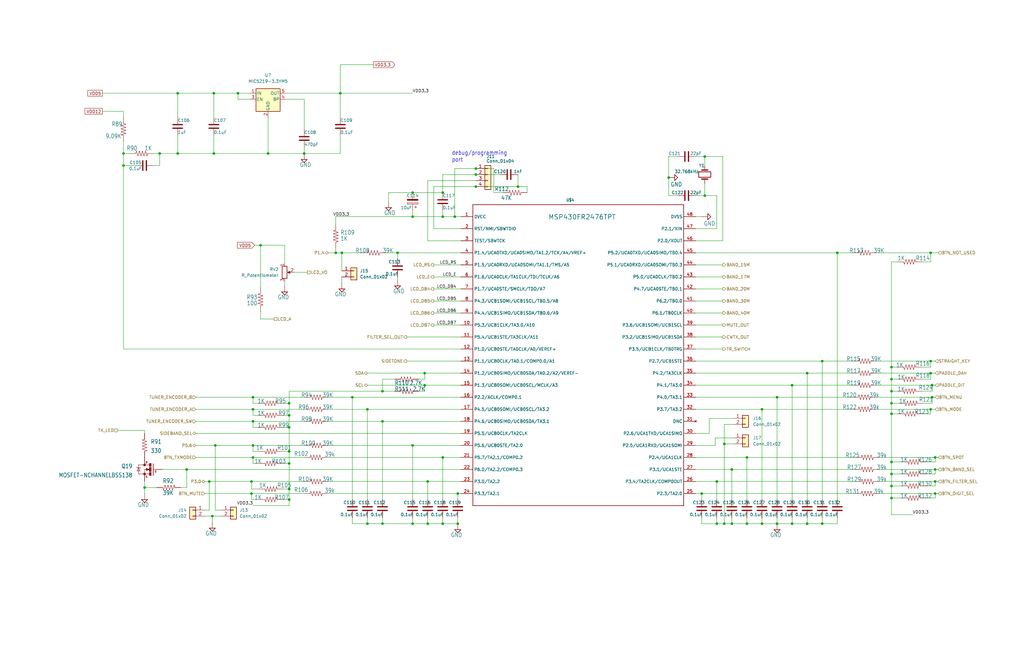
<source format=kicad_sch>
(kicad_sch (version 20230121) (generator eeschema)
  (paper "B")
  (junction (at 161.29 177.8))
  (junction (at 89.535 217.805))
  (junction (at 297.18 82.55))
  (junction (at 375.92 174.625))
  (junction (at 193.04 220.98))
  (junction (at 173.99 187.96))
  (junction (at 74.93 64.77))
  (junction (at 340.36 220.98))
  (junction (at 106.68 167.64))
  (junction (at 173.99 91.44))
  (junction (at 302.26 220.98))
  (junction (at 314.96 220.98))
  (junction (at 106.68 187.96))
  (junction (at 121.92 190.5))
  (junction (at 200.66 73.66))
  (junction (at 394.335 198.12))
  (junction (at 308.61 220.98))
  (junction (at 52.07 69.85))
  (junction (at 180.34 220.98))
  (junction (at 346.71 152.4))
  (junction (at 393.065 162.56))
  (junction (at 375.92 165.1))
  (junction (at 74.93 39.37))
  (junction (at 375.92 154.94))
  (junction (at 186.69 81.28))
  (junction (at 305.435 187.325))
  (junction (at 161.29 220.98))
  (junction (at 334.01 162.56))
  (junction (at 295.91 208.28))
  (junction (at 173.99 81.28))
  (junction (at 186.69 193.04))
  (junction (at 179.07 162.56))
  (junction (at 392.43 172.72))
  (junction (at 394.335 203.2))
  (junction (at 375.92 200.025))
  (junction (at 314.96 193.04))
  (junction (at 281.94 74.93))
  (junction (at 186.69 91.44))
  (junction (at 353.06 106.68))
  (junction (at 392.43 157.48))
  (junction (at 173.99 220.98))
  (junction (at 121.92 195.58))
  (junction (at 141.605 106.68))
  (junction (at 308.61 198.12))
  (junction (at 121.92 210.82))
  (junction (at 297.18 66.04))
  (junction (at 218.44 78.74))
  (junction (at 78.74 198.12))
  (junction (at 392.43 152.4))
  (junction (at 67.31 64.77))
  (junction (at 302.26 203.2))
  (junction (at 161.29 165.1))
  (junction (at 52.07 64.77))
  (junction (at 128.27 64.77))
  (junction (at 90.17 39.37))
  (junction (at 327.66 167.64))
  (junction (at 186.69 220.98))
  (junction (at 60.96 205.74))
  (junction (at 375.92 210.185))
  (junction (at 375.92 160.02))
  (junction (at 392.43 106.68))
  (junction (at 375.92 194.945))
  (junction (at 180.34 203.2))
  (junction (at 113.03 64.77))
  (junction (at 200.66 78.74))
  (junction (at 200.66 71.12))
  (junction (at 90.17 64.77))
  (junction (at 321.31 220.98))
  (junction (at 393.065 167.64))
  (junction (at 90.805 187.96))
  (junction (at 327.66 220.98))
  (junction (at 305.435 220.98))
  (junction (at 346.71 220.98))
  (junction (at 375.92 170.18))
  (junction (at 106.045 203.2))
  (junction (at 106.68 172.72))
  (junction (at 106.68 177.8))
  (junction (at 179.07 157.48))
  (junction (at 106.68 193.04))
  (junction (at 106.045 208.28))
  (junction (at 340.36 157.48))
  (junction (at 321.31 172.72))
  (junction (at 154.94 220.98))
  (junction (at 193.04 208.28))
  (junction (at 394.335 208.28))
  (junction (at 88.265 203.2))
  (junction (at 191.77 91.44))
  (junction (at 144.145 106.68))
  (junction (at 143.51 39.37))
  (junction (at 334.01 220.98))
  (junction (at 167.64 106.68))
  (junction (at 375.92 205.105))
  (junction (at 100.33 39.37))
  (junction (at 109.855 103.505))
  (junction (at 121.92 175.26))
  (junction (at 148.59 167.64))
  (junction (at 121.92 170.18))
  (junction (at 394.335 193.04))
  (junction (at 154.94 172.72))
  (junction (at 121.92 180.34))
  (junction (at 121.92 206.375))
  (wire (pts (xy 76.2 205.74) (xy 78.74 205.74)))
  (wire (pts (xy 67.31 69.85) (xy 67.31 64.77)))
  (wire (pts (xy 353.06 218.44) (xy 353.06 220.98)))
  (wire (pts (xy 369.57 106.68) (xy 392.43 106.68)))
  (wire (pts (xy 394.335 210.185) (xy 394.335 208.28)))
  (wire (pts (xy 353.06 106.68) (xy 353.06 210.82)))
  (wire (pts (xy 89.535 217.805) (xy 93.345 217.805)))
  (wire (pts (xy 191.77 71.12) (xy 200.66 71.12)))
  (wire (pts (xy 293.37 147.32) (xy 304.8 147.32)))
  (wire (pts (xy 163.83 81.28) (xy 173.99 81.28)))
  (wire (pts (xy 144.145 106.68) (xy 141.605 106.68)))
  (wire (pts (xy 109.855 121.285) (xy 109.855 103.505)))
  (wire (pts (xy 162.56 106.68) (xy 167.64 106.68)))
  (wire (pts (xy 52.07 69.85) (xy 52.07 147.32)))
  (wire (pts (xy 74.93 39.37) (xy 90.17 39.37)))
  (wire (pts (xy 375.92 110.49) (xy 378.46 110.49)))
  (wire (pts (xy 293.37 111.76) (xy 304.8 111.76)))
  (wire (pts (xy 128.27 167.64) (xy 106.68 167.64)))
  (wire (pts (xy 369.57 157.48) (xy 392.43 157.48)))
  (wire (pts (xy 143.51 57.15) (xy 143.51 64.77)))
  (wire (pts (xy 302.26 218.44) (xy 302.26 220.98)))
  (wire (pts (xy 171.45 142.24) (xy 194.31 142.24)))
  (wire (pts (xy 121.92 206.375) (xy 121.92 210.82)))
  (wire (pts (xy 74.93 49.53) (xy 74.93 39.37)))
  (wire (pts (xy 180.34 203.2) (xy 180.34 210.82)))
  (wire (pts (xy 305.435 220.98) (xy 308.61 220.98)))
  (wire (pts (xy 375.92 200.025) (xy 380.365 200.025)))
  (wire (pts (xy 186.69 193.04) (xy 186.69 210.82)))
  (wire (pts (xy 86.36 208.28) (xy 106.045 208.28)))
  (wire (pts (xy 180.34 76.2) (xy 180.34 101.6)))
  (wire (pts (xy 194.31 167.64) (xy 148.59 167.64)))
  (wire (pts (xy 138.43 177.8) (xy 161.29 177.8)))
  (wire (pts (xy 394.335 193.04) (xy 395.605 193.04)))
  (wire (pts (xy 392.43 154.94) (xy 392.43 152.4)))
  (wire (pts (xy 74.93 57.15) (xy 74.93 64.77)))
  (wire (pts (xy 121.92 175.26) (xy 121.92 180.34)))
  (wire (pts (xy 167.64 106.68) (xy 167.64 109.22)))
  (wire (pts (xy 375.92 165.1) (xy 378.46 165.1)))
  (wire (pts (xy 154.94 157.48) (xy 179.07 157.48)))
  (wire (pts (xy 128.27 62.23) (xy 128.27 64.77)))
  (wire (pts (xy 105.41 41.91) (xy 100.33 41.91)))
  (wire (pts (xy 141.605 91.44) (xy 173.99 91.44)))
  (wire (pts (xy 393.065 167.64) (xy 394.335 167.64)))
  (wire (pts (xy 148.59 218.44) (xy 148.59 220.98)))
  (wire (pts (xy 173.99 187.96) (xy 173.99 210.82)))
  (wire (pts (xy 375.92 170.18) (xy 375.92 174.625)))
  (wire (pts (xy 143.51 27.305) (xy 157.48 27.305)))
  (wire (pts (xy 52.07 69.85) (xy 57.15 69.85)))
  (wire (pts (xy 161.29 165.1) (xy 166.37 165.1)))
  (wire (pts (xy 370.84 198.12) (xy 394.335 198.12)))
  (wire (pts (xy 141.605 91.44) (xy 141.605 94.615)))
  (wire (pts (xy 353.06 106.68) (xy 359.41 106.68)))
  (wire (pts (xy 375.92 154.94) (xy 375.92 160.02)))
  (wire (pts (xy 194.31 208.28) (xy 193.04 208.28)))
  (wire (pts (xy 389.255 170.18) (xy 393.065 170.18)))
  (wire (pts (xy 176.53 165.1) (xy 179.07 165.1)))
  (wire (pts (xy 163.83 85.09) (xy 163.83 81.28)))
  (wire (pts (xy 304.8 66.04) (xy 297.18 66.04)))
  (wire (pts (xy 64.77 64.77) (xy 67.31 64.77)))
  (wire (pts (xy 182.88 78.74) (xy 182.88 96.52)))
  (wire (pts (xy 340.36 218.44) (xy 340.36 220.98)))
  (wire (pts (xy 346.71 218.44) (xy 346.71 220.98)))
  (wire (pts (xy 340.36 220.98) (xy 346.71 220.98)))
  (wire (pts (xy 297.18 82.55) (xy 293.37 82.55)))
  (wire (pts (xy 295.91 208.28) (xy 295.91 210.82)))
  (wire (pts (xy 346.71 152.4) (xy 346.71 210.82)))
  (wire (pts (xy 390.525 210.185) (xy 394.335 210.185)))
  (wire (pts (xy 78.74 198.12) (xy 194.31 198.12)))
  (wire (pts (xy 392.43 174.625) (xy 392.43 172.72)))
  (wire (pts (xy 340.36 157.48) (xy 359.41 157.48)))
  (wire (pts (xy 186.69 73.66) (xy 200.66 73.66)))
  (wire (pts (xy 128.27 41.91) (xy 128.27 54.61)))
  (wire (pts (xy 375.92 210.185) (xy 375.92 217.17)))
  (wire (pts (xy 100.33 39.37) (xy 105.41 39.37)))
  (wire (pts (xy 295.91 218.44) (xy 295.91 220.98)))
  (wire (pts (xy 106.045 210.82) (xy 106.045 208.28)))
  (wire (pts (xy 64.77 69.85) (xy 67.31 69.85)))
  (wire (pts (xy 293.37 162.56) (xy 334.01 162.56)))
  (wire (pts (xy 394.335 198.12) (xy 395.605 198.12)))
  (wire (pts (xy 375.92 165.1) (xy 375.92 170.18)))
  (wire (pts (xy 293.37 157.48) (xy 340.36 157.48)))
  (wire (pts (xy 293.37 203.2) (xy 302.26 203.2)))
  (wire (pts (xy 375.92 174.625) (xy 379.095 174.625)))
  (wire (pts (xy 370.84 193.04) (xy 394.335 193.04)))
  (wire (pts (xy 128.27 177.8) (xy 106.68 177.8)))
  (wire (pts (xy 52.07 64.77) (xy 54.61 64.77)))
  (wire (pts (xy 295.91 220.98) (xy 302.26 220.98)))
  (wire (pts (xy 194.31 127) (xy 182.88 127)))
  (wire (pts (xy 119.38 170.18) (xy 121.92 170.18)))
  (wire (pts (xy 390.525 205.105) (xy 394.335 205.105)))
  (wire (pts (xy 90.805 187.96) (xy 106.68 187.96)))
  (wire (pts (xy 193.04 218.44) (xy 193.04 220.98)))
  (wire (pts (xy 60.96 205.74) (xy 60.96 208.28)))
  (wire (pts (xy 314.96 218.44) (xy 314.96 220.98)))
  (wire (pts (xy 293.37 132.08) (xy 304.8 132.08)))
  (wire (pts (xy 186.69 193.04) (xy 194.31 193.04)))
  (wire (pts (xy 191.77 71.12) (xy 191.77 91.44)))
  (wire (pts (xy 186.69 88.9) (xy 186.69 91.44)))
  (wire (pts (xy 392.43 157.48) (xy 394.335 157.48)))
  (wire (pts (xy 375.92 194.945) (xy 380.365 194.945)))
  (wire (pts (xy 119.38 206.375) (xy 121.92 206.375)))
  (wire (pts (xy 52.07 46.99) (xy 52.07 49.53)))
  (wire (pts (xy 340.36 157.48) (xy 340.36 210.82)))
  (wire (pts (xy 182.88 96.52) (xy 194.31 96.52)))
  (wire (pts (xy 90.17 64.77) (xy 113.03 64.77)))
  (wire (pts (xy 375.92 205.105) (xy 380.365 205.105)))
  (wire (pts (xy 86.36 215.265) (xy 88.265 215.265)))
  (wire (pts (xy 106.68 187.96) (xy 128.27 187.96)))
  (wire (pts (xy 314.96 193.04) (xy 360.68 193.04)))
  (wire (pts (xy 369.57 172.72) (xy 392.43 172.72)))
  (wire (pts (xy 281.94 66.04) (xy 285.75 66.04)))
  (wire (pts (xy 302.26 203.2) (xy 302.26 210.82)))
  (wire (pts (xy 106.68 177.8) (xy 82.55 177.8)))
  (wire (pts (xy 193.04 208.28) (xy 193.04 210.82)))
  (wire (pts (xy 138.43 172.72) (xy 154.94 172.72)))
  (wire (pts (xy 49.53 181.61) (xy 60.96 181.61)))
  (wire (pts (xy 106.68 172.72) (xy 82.55 172.72)))
  (wire (pts (xy 305.435 187.325) (xy 309.245 187.325)))
  (wire (pts (xy 86.36 217.805) (xy 89.535 217.805)))
  (wire (pts (xy 293.37 198.12) (xy 308.61 198.12)))
  (wire (pts (xy 297.18 69.85) (xy 297.18 66.04)))
  (wire (pts (xy 388.62 165.1) (xy 393.065 165.1)))
  (wire (pts (xy 375.92 110.49) (xy 375.92 154.94)))
  (wire (pts (xy 390.525 194.945) (xy 394.335 194.945)))
  (wire (pts (xy 304.8 101.6) (xy 304.8 66.04)))
  (wire (pts (xy 194.31 106.68) (xy 167.64 106.68)))
  (wire (pts (xy 78.74 205.74) (xy 78.74 198.12)))
  (wire (pts (xy 120.65 41.91) (xy 128.27 41.91)))
  (wire (pts (xy 285.75 82.55) (xy 281.94 82.55)))
  (wire (pts (xy 179.07 162.56) (xy 194.31 162.56)))
  (wire (pts (xy 52.07 59.69) (xy 52.07 64.77)))
  (wire (pts (xy 154.94 172.72) (xy 154.94 210.82)))
  (wire (pts (xy 106.68 195.58) (xy 106.68 193.04)))
  (wire (pts (xy 143.51 39.37) (xy 143.51 49.53)))
  (wire (pts (xy 82.55 193.04) (xy 106.68 193.04)))
  (wire (pts (xy 394.335 200.025) (xy 394.335 198.12)))
  (wire (pts (xy 43.18 39.37) (xy 74.93 39.37)))
  (wire (pts (xy 369.57 162.56) (xy 393.065 162.56)))
  (wire (pts (xy 388.62 110.49) (xy 392.43 110.49)))
  (wire (pts (xy 194.31 203.2) (xy 180.34 203.2)))
  (wire (pts (xy 154.94 218.44) (xy 154.94 220.98)))
  (wire (pts (xy 194.31 116.84) (xy 182.88 116.84)))
  (wire (pts (xy 293.37 182.88) (xy 299.085 182.88)))
  (wire (pts (xy 293.37 172.72) (xy 321.31 172.72)))
  (wire (pts (xy 308.61 218.44) (xy 308.61 220.98)))
  (wire (pts (xy 128.27 203.2) (xy 106.045 203.2)))
  (wire (pts (xy 293.37 106.68) (xy 353.06 106.68)))
  (wire (pts (xy 90.805 215.265) (xy 90.805 187.96)))
  (wire (pts (xy 309.245 179.07) (xy 305.435 179.07)))
  (wire (pts (xy 128.27 172.72) (xy 106.68 172.72)))
  (wire (pts (xy 82.55 182.88) (xy 194.31 182.88)))
  (wire (pts (xy 113.03 49.53) (xy 113.03 64.77)))
  (wire (pts (xy 113.03 64.77) (xy 128.27 64.77)))
  (wire (pts (xy 370.84 203.2) (xy 394.335 203.2)))
  (wire (pts (xy 120.65 39.37) (xy 143.51 39.37)))
  (wire (pts (xy 293.37 193.04) (xy 314.96 193.04)))
  (wire (pts (xy 194.31 172.72) (xy 154.94 172.72)))
  (wire (pts (xy 281.94 74.93) (xy 281.94 66.04)))
  (wire (pts (xy 148.59 167.64) (xy 148.59 210.82)))
  (wire (pts (xy 299.085 176.53) (xy 309.245 176.53)))
  (wire (pts (xy 161.29 218.44) (xy 161.29 220.98)))
  (wire (pts (xy 321.31 210.82) (xy 321.31 172.72)))
  (wire (pts (xy 106.68 213.36) (xy 121.92 213.36)))
  (wire (pts (xy 144.145 116.84) (xy 144.145 119.38)))
  (wire (pts (xy 121.92 170.18) (xy 121.92 175.26)))
  (wire (pts (xy 293.37 101.6) (xy 304.8 101.6)))
  (wire (pts (xy 375.92 174.625) (xy 375.92 194.945)))
  (wire (pts (xy 191.77 91.44) (xy 186.69 91.44)))
  (wire (pts (xy 353.06 220.98) (xy 346.71 220.98)))
  (wire (pts (xy 138.43 187.96) (xy 173.99 187.96)))
  (wire (pts (xy 375.92 194.945) (xy 375.92 200.025)))
  (wire (pts (xy 218.44 78.74) (xy 218.44 73.66)))
  (wire (pts (xy 308.61 220.98) (xy 314.96 220.98)))
  (wire (pts (xy 334.01 218.44) (xy 334.01 220.98)))
  (wire (pts (xy 52.07 147.32) (xy 194.31 147.32)))
  (wire (pts (xy 392.43 106.68) (xy 395.605 106.68)))
  (wire (pts (xy 138.43 203.2) (xy 180.34 203.2)))
  (wire (pts (xy 106.68 175.26) (xy 106.68 172.72)))
  (wire (pts (xy 138.43 193.04) (xy 186.69 193.04)))
  (wire (pts (xy 392.43 160.02) (xy 392.43 157.48)))
  (wire (pts (xy 369.57 152.4) (xy 392.43 152.4)))
  (wire (pts (xy 109.22 180.34) (xy 106.68 180.34)))
  (wire (pts (xy 293.37 127) (xy 304.8 127)))
  (wire (pts (xy 218.44 78.74) (xy 222.25 78.74)))
  (wire (pts (xy 346.71 152.4) (xy 359.41 152.4)))
  (wire (pts (xy 154.94 220.98) (xy 161.29 220.98)))
  (wire (pts (xy 120.015 118.745) (xy 120.015 120.65)))
  (wire (pts (xy 293.37 167.64) (xy 327.66 167.64)))
  (wire (pts (xy 327.66 167.64) (xy 327.66 210.82)))
  (wire (pts (xy 375.92 210.185) (xy 380.365 210.185)))
  (wire (pts (xy 194.31 91.44) (xy 191.77 91.44)))
  (wire (pts (xy 161.29 177.8) (xy 161.29 210.82)))
  (wire (pts (xy 180.34 101.6) (xy 194.31 101.6)))
  (wire (pts (xy 394.335 208.28) (xy 395.605 208.28)))
  (wire (pts (xy 293.37 152.4) (xy 346.71 152.4)))
  (wire (pts (xy 173.99 91.44) (xy 173.99 88.9)))
  (wire (pts (xy 121.92 190.5) (xy 121.92 195.58)))
  (wire (pts (xy 52.07 64.77) (xy 52.07 69.85)))
  (wire (pts (xy 393.065 170.18) (xy 393.065 167.64)))
  (wire (pts (xy 334.01 220.98) (xy 340.36 220.98)))
  (wire (pts (xy 194.31 137.16) (xy 182.88 137.16)))
  (wire (pts (xy 394.335 205.105) (xy 394.335 203.2)))
  (wire (pts (xy 119.38 195.58) (xy 121.92 195.58)))
  (wire (pts (xy 109.22 210.82) (xy 106.045 210.82)))
  (wire (pts (xy 138.43 106.68) (xy 141.605 106.68)))
  (wire (pts (xy 138.43 208.28) (xy 193.04 208.28)))
  (wire (pts (xy 143.51 39.37) (xy 173.99 39.37)))
  (wire (pts (xy 176.53 160.02) (xy 179.07 160.02)))
  (wire (pts (xy 90.17 39.37) (xy 100.33 39.37)))
  (wire (pts (xy 106.68 180.34) (xy 106.68 177.8)))
  (wire (pts (xy 166.37 160.02) (xy 161.29 160.02)))
  (wire (pts (xy 120.015 103.505) (xy 120.015 111.125)))
  (wire (pts (xy 392.43 110.49) (xy 392.43 106.68)))
  (wire (pts (xy 60.96 203.2) (xy 60.96 205.74)))
  (wire (pts (xy 301.625 187.96) (xy 301.625 184.785)))
  (wire (pts (xy 321.31 218.44) (xy 321.31 220.98)))
  (wire (pts (xy 161.29 220.98) (xy 173.99 220.98)))
  (wire (pts (xy 301.625 184.785) (xy 309.245 184.785)))
  (wire (pts (xy 179.07 165.1) (xy 179.07 162.56)))
  (wire (pts (xy 144.145 106.68) (xy 144.145 114.3)))
  (wire (pts (xy 200.66 73.66) (xy 210.82 73.66)))
  (wire (pts (xy 302.26 82.55) (xy 297.18 82.55)))
  (wire (pts (xy 200.66 78.74) (xy 218.44 78.74)))
  (wire (pts (xy 180.34 220.98) (xy 186.69 220.98)))
  (wire (pts (xy 194.31 121.92) (xy 182.88 121.92)))
  (wire (pts (xy 67.31 64.77) (xy 74.93 64.77)))
  (wire (pts (xy 299.085 182.88) (xy 299.085 176.53)))
  (wire (pts (xy 109.22 190.5) (xy 106.68 190.5)))
  (wire (pts (xy 173.99 81.28) (xy 186.69 81.28)))
  (wire (pts (xy 281.94 82.55) (xy 281.94 74.93)))
  (wire (pts (xy 308.61 198.12) (xy 308.61 210.82)))
  (wire (pts (xy 106.045 208.28) (xy 128.27 208.28)))
  (wire (pts (xy 173.99 220.98) (xy 180.34 220.98)))
  (wire (pts (xy 186.69 218.44) (xy 186.69 220.98)))
  (wire (pts (xy 173.99 218.44) (xy 173.99 220.98)))
  (wire (pts (xy 182.88 78.74) (xy 200.66 78.74)))
  (wire (pts (xy 389.255 174.625) (xy 392.43 174.625)))
  (wire (pts (xy 293.37 208.28) (xy 295.91 208.28)))
  (wire (pts (xy 121.92 195.58) (xy 121.92 206.375)))
  (wire (pts (xy 392.43 172.72) (xy 394.335 172.72)))
  (wire (pts (xy 293.37 142.24) (xy 304.8 142.24)))
  (wire (pts (xy 194.31 111.76) (xy 182.88 111.76)))
  (wire (pts (xy 119.38 180.34) (xy 121.92 180.34)))
  (wire (pts (xy 109.22 206.375) (xy 106.045 206.375)))
  (wire (pts (xy 106.68 193.04) (xy 128.27 193.04)))
  (wire (pts (xy 375.92 154.94) (xy 378.46 154.94)))
  (wire (pts (xy 394.335 203.2) (xy 395.605 203.2)))
  (wire (pts (xy 375.92 205.105) (xy 375.92 210.185)))
  (wire (pts (xy 334.01 220.98) (xy 327.66 220.98)))
  (wire (pts (xy 375.92 170.18) (xy 379.095 170.18)))
  (wire (pts (xy 394.335 194.945) (xy 394.335 193.04)))
  (wire (pts (xy 128.27 64.77) (xy 143.51 64.77)))
  (wire (pts (xy 82.55 187.96) (xy 90.805 187.96)))
  (wire (pts (xy 74.93 64.77) (xy 90.17 64.77)))
  (wire (pts (xy 143.51 39.37) (xy 143.51 27.305)))
  (wire (pts (xy 109.855 134.62) (xy 115.57 134.62)))
  (wire (pts (xy 321.31 220.98) (xy 327.66 220.98)))
  (wire (pts (xy 305.435 179.07) (xy 305.435 187.325)))
  (wire (pts (xy 167.64 116.84) (xy 167.64 118.11)))
  (wire (pts (xy 88.265 203.2) (xy 86.36 203.2)))
  (wire (pts (xy 302.26 96.52) (xy 302.26 82.55)))
  (wire (pts (xy 148.59 220.98) (xy 154.94 220.98)))
  (wire (pts (xy 89.535 217.805) (xy 89.535 220.345)))
  (wire (pts (xy 390.525 200.025) (xy 394.335 200.025)))
  (wire (pts (xy 173.99 187.96) (xy 194.31 187.96)))
  (wire (pts (xy 295.91 208.28) (xy 360.68 208.28)))
  (wire (pts (xy 106.68 167.64) (xy 82.55 167.64)))
  (wire (pts (xy 141.605 104.775) (xy 141.605 106.68)))
  (wire (pts (xy 334.01 162.56) (xy 359.41 162.56)))
  (wire (pts (xy 186.69 91.44) (xy 173.99 91.44)))
  (wire (pts (xy 90.17 39.37) (xy 90.17 49.53)))
  (wire (pts (xy 109.22 170.18) (xy 106.68 170.18)))
  (wire (pts (xy 109.855 131.445) (xy 109.855 134.62)))
  (wire (pts (xy 321.31 172.72) (xy 359.41 172.72)))
  (wire (pts (xy 375.92 200.025) (xy 375.92 205.105)))
  (wire (pts (xy 194.31 132.08) (xy 182.88 132.08)))
  (wire (pts (xy 293.37 91.44) (xy 295.91 91.44)))
  (wire (pts (xy 334.01 162.56) (xy 334.01 210.82)))
  (wire (pts (xy 194.31 177.8) (xy 161.29 177.8)))
  (wire (pts (xy 66.04 205.74) (xy 60.96 205.74)))
  (wire (pts (xy 388.62 154.94) (xy 392.43 154.94)))
  (wire (pts (xy 106.68 190.5) (xy 106.68 187.96)))
  (wire (pts (xy 106.68 170.18) (xy 106.68 167.64)))
  (wire (pts (xy 208.28 81.28) (xy 208.28 71.12)))
  (wire (pts (xy 186.69 73.66) (xy 186.69 81.28)))
  (wire (pts (xy 393.065 165.1) (xy 393.065 162.56)))
  (wire (pts (xy 109.855 103.505) (xy 107.315 103.505)))
  (wire (pts (xy 152.4 106.68) (xy 144.145 106.68)))
  (wire (pts (xy 370.84 208.28) (xy 394.335 208.28)))
  (wire (pts (xy 375.92 217.17) (xy 384.81 217.17)))
  (wire (pts (xy 90.17 57.15) (xy 90.17 64.77)))
  (wire (pts (xy 293.37 66.04) (xy 297.18 66.04)))
  (wire (pts (xy 369.57 167.64) (xy 393.065 167.64)))
  (wire (pts (xy 302.26 220.98) (xy 305.435 220.98)))
  (wire (pts (xy 179.07 157.48) (xy 194.31 157.48)))
  (wire (pts (xy 293.37 137.16) (xy 304.8 137.16)))
  (wire (pts (xy 120.015 103.505) (xy 109.855 103.505)))
  (wire (pts (xy 154.94 162.56) (xy 179.07 162.56)))
  (wire (pts (xy 123.825 114.935) (xy 129.54 114.935)))
  (wire (pts (xy 161.29 160.02) (xy 161.29 165.1)))
  (wire (pts (xy 121.92 180.34) (xy 121.92 190.5)))
  (wire (pts (xy 392.43 152.4) (xy 394.335 152.4)))
  (wire (pts (xy 180.34 218.44) (xy 180.34 220.98)))
  (wire (pts (xy 138.43 167.64) (xy 148.59 167.64)))
  (wire (pts (xy 88.265 215.265) (xy 88.265 203.2)))
  (wire (pts (xy 186.69 220.98) (xy 193.04 220.98)))
  (wire (pts (xy 100.33 41.91) (xy 100.33 39.37)))
  (wire (pts (xy 106.045 206.375) (xy 106.045 203.2)))
  (wire (pts (xy 293.37 187.96) (xy 301.625 187.96)))
  (wire (pts (xy 161.29 165.1) (xy 121.92 165.1)))
  (wire (pts (xy 119.38 190.5) (xy 121.92 190.5)))
  (wire (pts (xy 60.96 181.61) (xy 60.96 182.88)))
  (wire (pts (xy 200.66 76.2) (xy 180.34 76.2)))
  (wire (pts (xy 119.38 175.26) (xy 121.92 175.26)))
  (wire (pts (xy 302.26 203.2) (xy 360.68 203.2)))
  (wire (pts (xy 43.18 46.99) (xy 52.07 46.99)))
  (wire (pts (xy 109.22 175.26) (xy 106.68 175.26)))
  (wire (pts (xy 78.74 198.12) (xy 68.58 198.12)))
  (wire (pts (xy 314.96 193.04) (xy 314.96 210.82)))
  (wire (pts (xy 293.37 96.52) (xy 302.26 96.52)))
  (wire (pts (xy 222.25 78.74) (xy 222.25 81.28)))
  (wire (pts (xy 106.045 203.2) (xy 88.265 203.2)))
  (wire (pts (xy 308.61 198.12) (xy 360.68 198.12)))
  (wire (pts (xy 208.28 81.28) (xy 212.09 81.28)))
  (wire (pts (xy 171.45 152.4) (xy 194.31 152.4)))
  (wire (pts (xy 109.22 195.58) (xy 106.68 195.58)))
  (wire (pts (xy 200.66 71.12) (xy 208.28 71.12)))
  (wire (pts (xy 119.38 210.82) (xy 121.92 210.82)))
  (wire (pts (xy 327.66 218.44) (xy 327.66 220.98)))
  (wire (pts (xy 393.065 162.56) (xy 394.335 162.56)))
  (wire (pts (xy 293.37 121.92) (xy 304.8 121.92)))
  (wire (pts (xy 121.92 165.1) (xy 121.92 170.18)))
  (wire (pts (xy 293.37 116.84) (xy 304.8 116.84)))
  (wire (pts (xy 179.07 160.02) (xy 179.07 157.48)))
  (wire (pts (xy 388.62 160.02) (xy 392.43 160.02)))
  (wire (pts (xy 314.96 220.98) (xy 321.31 220.98)))
  (wire (pts (xy 297.18 82.55) (xy 297.18 77.47)))
  (wire (pts (xy 93.345 215.265) (xy 90.805 215.265)))
  (wire (pts (xy 375.92 160.02) (xy 375.92 165.1)))
  (wire (pts (xy 327.66 167.64) (xy 359.41 167.64)))
  (wire (pts (xy 121.92 210.82) (xy 121.92 213.36)))
  (wire (pts (xy 305.435 187.325) (xy 305.435 220.98)))
  (wire (pts (xy 375.92 160.02) (xy 378.46 160.02)))
  (text "debug/programming\nport" (at 190.5 68.58 0) (effects (font (size 1.778 1.5113)) (justify left bottom)))
  (label "LCD_E" (at 186.69 116.84 0) (effects (font (size 1.2446 1.2446))))
  (label "VDD3.3" (at 147.32 91.44 180))
  (label "VDD3.3" (at 106.68 213.36 180))
  (label "LCD_DB6" (at 184.15 132.08 0) (effects (font (size 1.2446 1.2446))))
  (label "VDD3.3" (at 173.99 39.37 0))
  (label "LCD_DB7" (at 184.15 137.16 0) (effects (font (size 1.2446 1.2446))))
  (label "LCD_DB4" (at 184.15 121.92 0) (effects (font (size 1.2446 1.2446))))
  (label "VDD3.3" (at 384.81 217.17 0))
  (label "LCD_RS" (at 185.42 111.76 0) (effects (font (size 1.2446 1.2446))))
  (label "LCD_DB5" (at 184.15 127 0) (effects (font (size 1.2446 1.2446))))
  (global_label "VDD5" (shape passive) (at 43.18 39.37 180) (property "Intersheetrefs" "${INTERSHEET_REFS}" (at 36.468 39.37 0) (effects (justify right))))
  (global_label "VDD5" (shape input) (at 107.315 103.505 180) (property "Intersheetrefs" "${INTERSHEET_REFS}" (at 99.8126 103.505 0) (effects (justify right))))
  (global_label "VDD12" (shape passive) (at 43.18 46.99 180) (property "Intersheetrefs" "${INTERSHEET_REFS}" (at 35.2585 46.99 0) (effects (justify right))))
  (global_label "VDD3.3" (shape output) (at 157.48 27.305 0) (property "Intersheetrefs" "${INTERSHEET_REFS}" (at 166.4651 27.305 0) (effects (justify left))))
  (hierarchical_label "BTN_MENU" (shape input) (at 394.335 167.64 0))
  (hierarchical_label "BAND_20M" (shape output) (at 304.8 121.92 0))
  (hierarchical_label "BAND_40M" (shape output) (at 304.8 132.08 0))
  (hierarchical_label "TUNER_ENCODER_B" (shape input) (at 82.55 167.64 180))
  (hierarchical_label "P3.0" (shape bidirectional) (at 86.36 203.2 180))
  (hierarchical_label "LCD_DB7" (shape output) (at 182.88 137.16 180))
  (hierarchical_label "TR_SWITCH" (shape output) (at 304.8 147.32 0))
  (hierarchical_label "BTN_FILTER_SEL" (shape input) (at 395.605 203.2 0))
  (hierarchical_label "SIDETONE" (shape output) (at 171.45 152.4 180))
  (hierarchical_label "TX_LED" (shape passive) (at 49.53 181.61 180))
  (hierarchical_label "SCL" (shape bidirectional) (at 154.94 162.56 180))
  (hierarchical_label "TUNER_ENCODER_A" (shape input) (at 82.55 172.72 180))
  (hierarchical_label "LCD_DB4" (shape output) (at 182.88 121.92 180))
  (hierarchical_label "MUTE_OUT" (shape output) (at 304.8 137.16 0))
  (hierarchical_label "P5.6" (shape bidirectional) (at 82.55 187.96 180))
  (hierarchical_label "BTN_TXMODE" (shape input) (at 82.55 193.04 180))
  (hierarchical_label "CWTX_OUT" (shape output) (at 304.8 142.24 0))
  (hierarchical_label "PADDLE_DIT" (shape input) (at 394.335 162.56 0))
  (hierarchical_label "LCD_A" (shape passive) (at 115.57 134.62 0))
  (hierarchical_label "LCD_RS" (shape output) (at 182.88 111.76 180))
  (hierarchical_label "LCD_VO" (shape passive) (at 129.54 114.935 0))
  (hierarchical_label "BAND_17M" (shape output) (at 304.8 116.84 0))
  (hierarchical_label "BTN_MODE" (shape input) (at 394.335 172.72 0))
  (hierarchical_label "BTN_MUTE" (shape input) (at 86.36 208.28 180))
  (hierarchical_label "LCD_E" (shape output) (at 182.88 116.84 180))
  (hierarchical_label "BTN_NOT_USED" (shape input) (at 395.605 106.68 0))
  (hierarchical_label "BTN_DIGIT_SEL" (shape input) (at 395.605 208.28 0))
  (hierarchical_label "FILTER_SEL_OUT" (shape output) (at 171.45 142.24 180))
  (hierarchical_label "STRAIGHT_KEY" (shape input) (at 394.335 152.4 0))
  (hierarchical_label "BAND_30M" (shape output) (at 304.8 127 0))
  (hierarchical_label "SIDEBAND_SEL" (shape bidirectional) (at 82.55 182.88 180))
  (hierarchical_label "BAND_15M" (shape output) (at 304.8 111.76 0))
  (hierarchical_label "P1.4" (shape bidirectional) (at 138.43 106.68 180))
  (hierarchical_label "PADDLE_DAH" (shape input) (at 394.335 157.48 0))
  (hierarchical_label "SDA" (shape bidirectional) (at 154.94 157.48 180))
  (hierarchical_label "LCD_DB5" (shape output) (at 182.88 127 180))
  (hierarchical_label "TUNER_ENCODER_SW" (shape input) (at 82.55 177.8 180))
  (hierarchical_label "LCD_DB6" (shape output) (at 182.88 132.08 180))
  (hierarchical_label "BTN_SPOT" (shape input) (at 395.605 193.04 0))
  (hierarchical_label "BTN_BAND_SEL" (shape input) (at 395.605 198.12 0))
  (symbol (lib_id "main-eagle-import:GND") (at 327.66 223.52 0) (mirror y) (unit 1)
    (property "Reference" "#SUPPLY024" (effects hide))
    (property "Value" "GND" (at 329.565 226.695 0) (effects (font (size 1.778 1.5113)) (justify left bottom)))
    (property "Footprint" "main:" (effects hide))
  )
  (symbol (lib_id "main-eagle-import:RESISTOR0603") (at 364.49 152.4 0) (unit 1)
    (property "Reference" "R115" (at 356.87 152.4 0) (effects (font (size 1.778 1.5113)) (justify left bottom)))
    (property "Value" "39K" (at 367.03 152.4 0) (effects (font (size 1.778 1.5113)) (justify left bottom)))
    (property "Footprint" "Resistor_SMD:R_0603_1608Metric_Pad0.98x0.95mm_HandSolder" (effects hide))
  )
  (symbol (lib_id "main-eagle-import:RESISTOR0603") (at 133.35 172.72 0) (unit 1)
    (property "Reference" "R96" (at 125.73 172.72 0) (effects (font (size 1.778 1.5113)) (justify left bottom)))
    (property "Value" "39K" (at 135.89 172.72 0) (effects (font (size 1.778 1.5113)) (justify left bottom)))
    (property "Footprint" "Resistor_SMD:R_0603_1608Metric_Pad0.98x0.95mm_HandSolder" (effects hide))
  )
  (symbol (lib_id "main-eagle-import:RESISTOR0603") (at 217.17 81.28 180) (unit 1)
    (property "Reference" "R112" (at 214.63 78.74 0) (effects (font (size 1.778 1.5113)) (justify left bottom)))
    (property "Value" "47K" (at 215.9 82.55 0) (effects (font (size 1.778 1.5113)) (justify left bottom)))
    (property "Footprint" "Resistor_SMD:R_0603_1608Metric_Pad0.98x0.95mm_HandSolder" (effects hide))
  )
  (symbol (lib_id "Device:C") (at 128.27 58.42 0) (unit 1)
    (property "Reference" "C108" (at 128.27 55.88 0) (effects (justify left)))
    (property "Value" "470pF" (at 128.27 60.96 0) (effects (justify left)))
    (property "Footprint" "Capacitor_SMD:C_0603_1608Metric_Pad1.08x0.95mm_HandSolder" (effects hide))
  )
  (symbol (lib_id "main-eagle-import:RESISTOR0603") (at 71.12 205.74 0) (mirror x) (unit 1)
    (property "Reference" "R92" (at 68.58 201.93 0) (effects (font (size 1.778 1.5113)) (justify left bottom)))
    (property "Value" "39K" (at 68.58 207.01 0) (effects (font (size 1.778 1.5113)) (justify left bottom)))
    (property "Footprint" "Resistor_SMD:R_0603_1608Metric_Pad0.98x0.95mm_HandSolder" (effects hide))
  )
  (symbol (lib_id "main-eagle-import:GND") (at 144.145 121.92 0) (mirror y) (unit 1)
    (property "Reference" "#SUPPLY031" (effects hide))
    (property "Value" "GND" (at 146.05 125.095 0) (effects (font (size 1.778 1.5113)) (justify left bottom)))
    (property "Footprint" "main:" (effects hide))
  )
  (symbol (lib_id "main-eagle-import:RESISTOR0603") (at 114.3 206.375 0) (mirror x) (unit 1)
    (property "Reference" "R105" (at 116.84 203.835 0) (effects (font (size 1.778 1.5113)) (justify left bottom)))
    (property "Value" "1K" (at 109.22 203.835 0) (effects (font (size 1.778 1.5113)) (justify left bottom)))
    (property "Footprint" "Resistor_SMD:R_0603_1608Metric_Pad0.98x0.95mm_HandSolder" (effects hide))
  )
  (symbol (lib_id "main-eagle-import:RESISTOR0603") (at 365.76 193.04 180) (unit 1)
    (property "Reference" "R125" (at 362.585 191.135 0) (effects (font (size 1.778 1.5113)) (justify left bottom)))
    (property "Value" "39k" (at 374.015 191.135 0) (effects (font (size 1.778 1.5113)) (justify left bottom)))
    (property "Footprint" "Resistor_SMD:R_0603_1608Metric_Pad0.98x0.95mm_HandSolder" (effects hide))
  )
  (symbol (lib_id "main-eagle-import:RESISTOR0603") (at 114.3 210.82 0) (mirror y) (unit 1)
    (property "Reference" "R107" (at 121.92 210.82 0) (effects (font (size 1.778 1.5113)) (justify left bottom)))
    (property "Value" "1K" (at 110.49 210.82 0) (effects (font (size 1.778 1.5113)) (justify left bottom)))
    (property "Footprint" "Resistor_SMD:R_0603_1608Metric_Pad0.98x0.95mm_HandSolder" (effects hide))
  )
  (symbol (lib_id "Device:C") (at 180.34 214.63 0) (unit 1)
    (property "Reference" "C116" (at 176.53 212.09 0) (effects (justify left)))
    (property "Value" "0.1uF" (at 175.26 217.17 0) (effects (justify left)))
    (property "Footprint" "Capacitor_SMD:C_0603_1608Metric_Pad1.08x0.95mm_HandSolder" (effects hide))
  )
  (symbol (lib_id "main-eagle-import:RESISTOR0603") (at 385.445 205.105 0) (mirror y) (unit 1)
    (property "Reference" "R130" (at 393.065 205.105 0) (effects (font (size 1.778 1.5113)) (justify left bottom)))
    (property "Value" "1K" (at 382.905 205.105 0) (effects (font (size 1.778 1.5113)) (justify left bottom)))
    (property "Footprint" "Resistor_SMD:R_0603_1608Metric_Pad0.98x0.95mm_HandSolder" (effects hide))
  )
  (symbol (lib_id "Connector_Generic:Conn_01x02") (at 98.425 215.265 0) (unit 1)
    (property "Reference" "J13" (at 100.965 215.265 0) (effects (justify left)))
    (property "Value" "Conn_01x02" (at 100.965 217.805 0) (effects (justify left)))
    (property "Footprint" "Connector_PinHeader_2.54mm:PinHeader_1x02_P2.54mm_Vertical" (effects hide))
  )
  (symbol (lib_id "main-eagle-import:RESISTOR0603") (at 114.3 190.5 0) (mirror x) (unit 1)
    (property "Reference" "R101" (at 116.84 187.96 0) (effects (font (size 1.778 1.5113)) (justify left bottom)))
    (property "Value" "1K" (at 107.95 187.96 0) (effects (font (size 1.778 1.5113)) (justify left bottom)))
    (property "Footprint" "Resistor_SMD:R_0603_1608Metric_Pad0.98x0.95mm_HandSolder" (effects hide))
  )
  (symbol (lib_id "Device:C") (at 161.29 214.63 0) (unit 1)
    (property "Reference" "C112" (at 157.48 212.09 0) (effects (justify left)))
    (property "Value" "0.1uF" (at 156.21 217.17 0) (effects (justify left)))
    (property "Footprint" "Capacitor_SMD:C_0603_1608Metric_Pad1.08x0.95mm_HandSolder" (effects hide))
  )
  (symbol (lib_id "main-eagle-import:RESISTOR0603") (at 114.3 180.34 0) (mirror y) (unit 1)
    (property "Reference" "R99" (at 121.92 180.34 0) (effects (font (size 1.778 1.5113)) (justify left bottom)))
    (property "Value" "1K" (at 111.76 180.34 0) (effects (font (size 1.778 1.5113)) (justify left bottom)))
    (property "Footprint" "Resistor_SMD:R_0603_1608Metric_Pad0.98x0.95mm_HandSolder" (effects hide))
  )
  (symbol (lib_id "main-eagle-import:GND") (at 60.96 210.82 0) (mirror y) (unit 1)
    (property "Reference" "#SUPPLY016" (effects hide))
    (property "Value" "GND" (at 62.865 213.995 0) (effects (font (size 1.778 1.5113)) (justify left bottom)))
    (property "Footprint" "main:" (effects hide))
  )
  (symbol (lib_id "Device:C") (at 353.06 214.63 0) (unit 1)
    (property "Reference" "C132" (at 349.25 212.09 0) (effects (justify left)))
    (property "Value" "0.1uF" (at 347.98 217.17 0) (effects (justify left)))
    (property "Footprint" "Capacitor_SMD:C_0603_1608Metric_Pad1.08x0.95mm_HandSolder" (effects hide))
  )
  (symbol (lib_id "Device:C") (at 289.56 82.55 90) (unit 1)
    (property "Reference" "C122" (at 288.29 81.28 90) (effects (justify left)))
    (property "Value" "22pF" (at 295.91 81.28 90) (effects (justify left)))
    (property "Footprint" "Capacitor_SMD:C_0603_1608Metric_Pad1.08x0.95mm_HandSolder" (effects hide))
  )
  (symbol (lib_id "main-eagle-import:RESISTOR0603") (at 365.76 198.12 180) (unit 1)
    (property "Reference" "R127" (at 363.22 196.215 0) (effects (font (size 1.778 1.5113)) (justify left bottom)))
    (property "Value" "39k" (at 374.015 196.215 0) (effects (font (size 1.778 1.5113)) (justify left bottom)))
    (property "Footprint" "Resistor_SMD:R_0603_1608Metric_Pad0.98x0.95mm_HandSolder" (effects hide))
  )
  (symbol (lib_id "main-eagle-import:RESISTOR0603") (at 364.49 106.68 0) (unit 1)
    (property "Reference" "R113" (at 358.14 106.68 0) (effects (font (size 1.778 1.5113)) (justify left bottom)))
    (property "Value" "39K" (at 368.3 106.68 0) (effects (font (size 1.778 1.5113)) (justify left bottom)))
    (property "Footprint" "Resistor_SMD:R_0603_1608Metric_Pad0.98x0.95mm_HandSolder" (effects hide))
  )
  (symbol (lib_id "main-eagle-import:RESISTOR0603") (at 133.35 208.28 180) (unit 1)
    (property "Reference" "R106" (at 130.048 205.7146 0) (effects (font (size 1.778 1.5113)) (justify left bottom)))
    (property "Value" "39k" (at 141.224 205.994 0) (effects (font (size 1.778 1.5113)) (justify left bottom)))
    (property "Footprint" "Resistor_SMD:R_0603_1608Metric_Pad0.98x0.95mm_HandSolder" (effects hide))
  )
  (symbol (lib_id "Device:C") (at 340.36 214.63 0) (unit 1)
    (property "Reference" "C130" (at 336.55 212.09 0) (effects (justify left)))
    (property "Value" "0.1uF" (at 335.28 217.17 0) (effects (justify left)))
    (property "Footprint" "Capacitor_SMD:C_0603_1608Metric_Pad1.08x0.95mm_HandSolder" (effects hide))
  )
  (symbol (lib_id "Device:C") (at 295.91 214.63 0) (unit 1)
    (property "Reference" "C123" (at 292.1 212.09 0) (effects (justify left)))
    (property "Value" "0.1uF" (at 290.83 217.17 0) (effects (justify left)))
    (property "Footprint" "Capacitor_SMD:C_0603_1608Metric_Pad1.08x0.95mm_HandSolder" (effects hide))
  )
  (symbol (lib_id "main-eagle-import:RESISTOR0603") (at 384.175 174.625 0) (mirror y) (unit 1)
    (property "Reference" "R123" (at 391.795 174.625 0) (effects (font (size 1.778 1.5113)) (justify left bottom)))
    (property "Value" "1K" (at 381.635 174.625 0) (effects (font (size 1.778 1.5113)) (justify left bottom)))
    (property "Footprint" "Resistor_SMD:R_0603_1608Metric_Pad0.98x0.95mm_HandSolder" (effects hide))
  )
  (symbol (lib_id "main-eagle-import:RESISTOR0603") (at 364.49 172.72 180) (unit 1)
    (property "Reference" "R122" (at 361.315 170.815 0) (effects (font (size 1.778 1.5113)) (justify left bottom)))
    (property "Value" "39k" (at 370.84 170.815 0) (effects (font (size 1.778 1.5113)) (justify left bottom)))
    (property "Footprint" "Resistor_SMD:R_0603_1608Metric_Pad0.98x0.95mm_HandSolder" (effects hide))
  )
  (symbol (lib_id "Device:C") (at 143.51 53.34 0) (unit 1)
    (property "Reference" "C109" (at 143.51 50.8 0) (effects (justify left)))
    (property "Value" "0.1uF" (at 143.51 55.88 0) (effects (justify left)))
    (property "Footprint" "Capacitor_SMD:C_0603_1608Metric_Pad1.08x0.95mm_HandSolder" (effects hide))
  )
  (symbol (lib_id "main-eagle-import:RESISTOR0603") (at 383.54 165.1 0) (mirror x) (unit 1)
    (property "Reference" "R124" (at 387.35 162.56 0) (effects (font (size 1.778 1.5113)) (justify left bottom)))
    (property "Value" "1K" (at 378.46 163.195 0) (effects (font (size 1.778 1.5113)) (justify left bottom)))
    (property "Footprint" "Resistor_SMD:R_0603_1608Metric_Pad0.98x0.95mm_HandSolder" (effects hide))
  )
  (symbol (lib_id "Device:C") (at 214.63 73.66 90) (unit 1)
    (property "Reference" "C120" (at 210.82 72.39 90))
    (property "Value" "1nF" (at 218.44 72.39 90))
    (property "Footprint" "Capacitor_SMD:C_0603_1608Metric_Pad1.08x0.95mm_HandSolder" (effects hide))
  )
  (symbol (lib_id "main-eagle-import:RESISTOR0603") (at 114.3 195.58 0) (mirror y) (unit 1)
    (property "Reference" "R103" (at 120.65 195.58 0) (effects (font (size 1.778 1.5113)) (justify left bottom)))
    (property "Value" "1K" (at 110.49 195.58 0) (effects (font (size 1.778 1.5113)) (justify left bottom)))
    (property "Footprint" "Resistor_SMD:R_0603_1608Metric_Pad0.98x0.95mm_HandSolder" (effects hide))
  )
  (symbol (lib_id "Device:C") (at 308.61 214.63 0) (unit 1)
    (property "Reference" "C125" (at 304.8 212.09 0) (effects (justify left)))
    (property "Value" "0.1uF" (at 303.53 217.17 0) (effects (justify left)))
    (property "Footprint" "Capacitor_SMD:C_0603_1608Metric_Pad1.08x0.95mm_HandSolder" (effects hide))
  )
  (symbol (lib_id "main-eagle-import:GND") (at 128.27 67.31 0) (unit 1)
    (property "Reference" "#SUPPLY018" (effects hide))
    (property "Value" "GND" (at 126.365 70.485 0) (effects (font (size 1.778 1.5113)) (justify left bottom)))
    (property "Footprint" "main:" (effects hide))
  )
  (symbol (lib_id "main-eagle-import:GND") (at 284.48 74.93 90) (unit 1)
    (property "Reference" "#SUPPLY022" (effects hide))
    (property "Value" "GND" (at 287.655 76.835 90) (effects (font (size 1.778 1.5113)) (justify left bottom)))
    (property "Footprint" "main:" (effects hide))
  )
  (symbol (lib_id "Device:C") (at 289.56 66.04 90) (unit 1)
    (property "Reference" "C121" (at 287.02 64.77 90) (effects (justify left)))
    (property "Value" "22pF" (at 295.91 64.77 90) (effects (justify left)))
    (property "Footprint" "Capacitor_SMD:C_0603_1608Metric_Pad1.08x0.95mm_HandSolder" (effects hide))
  )
  (symbol (lib_id "Device:C") (at 186.69 85.09 0) (unit 1)
    (property "Reference" "C117" (at 186.69 82.55 0) (effects (justify left)))
    (property "Value" "0.1uF" (at 186.69 87.63 0) (effects (justify left)))
    (property "Footprint" "Capacitor_SMD:C_0603_1608Metric_Pad1.08x0.95mm_HandSolder" (effects hide))
  )
  (symbol (lib_id "main-eagle-import:RESISTOR0603") (at 383.54 160.02 0) (mirror x) (unit 1)
    (property "Reference" "R118" (at 386.08 157.48 0) (effects (font (size 1.778 1.5113)) (justify left bottom)))
    (property "Value" "1K" (at 378.46 158.115 0) (effects (font (size 1.778 1.5113)) (justify left bottom)))
    (property "Footprint" "Resistor_SMD:R_0603_1608Metric_Pad0.98x0.95mm_HandSolder" (effects hide))
  )
  (symbol (lib_id "main-eagle-import:RESISTOR0603") (at 114.3 175.26 0) (mirror y) (unit 1)
    (property "Reference" "R97" (at 121.92 175.26 0) (effects (font (size 1.778 1.5113)) (justify left bottom)))
    (property "Value" "1K" (at 111.76 175.26 0) (effects (font (size 1.778 1.5113)) (justify left bottom)))
    (property "Footprint" "Resistor_SMD:R_0603_1608Metric_Pad0.98x0.95mm_HandSolder" (effects hide))
  )
  (symbol (lib_id "main-eagle-import:MOSFET-NCHANNELBSS138") (at 60.96 198.12 0) (mirror y) (unit 1)
    (property "Reference" "Q19" (at 55.88 196.7037 0) (effects (font (size 1.778 1.5113)) (justify left)))
    (property "Value" "MOSFET-NCHANNELBSS138" (at 55.88 200.5137 0) (effects (font (size 1.778 1.5113)) (justify left)))
    (property "Footprint" "Package_TO_SOT_SMD:SOT-23" (effects hide))
  )
  (symbol (lib_id "Device:C") (at 74.93 53.34 0) (unit 1)
    (property "Reference" "C106" (at 74.93 50.8 0) (effects (justify left)))
    (property "Value" "1uF" (at 74.93 55.88 0) (effects (justify left)))
    (property "Footprint" "Capacitor_SMD:C_0603_1608Metric_Pad1.08x0.95mm_HandSolder" (effects hide))
  )
  (symbol (lib_id "main-eagle-import:GND") (at 298.45 91.44 90) (unit 1)
    (property "Reference" "#SUPPLY023" (effects hide))
    (property "Value" "GND" (at 301.625 93.345 90) (effects (font (size 1.778 1.5113)) (justify left bottom)))
    (property "Footprint" "main:" (effects hide))
  )
  (symbol (lib_id "Regulator_Linear:MIC5219-3.3YM5") (at 113.03 41.91 0) (unit 1)
    (property "Reference" "U7" (at 113.03 31.75 0))
    (property "Value" "MIC5219-3.3YM5" (at 113.03 34.29 0))
    (property "Footprint" "Package_TO_SOT_SMD:SOT-23-5" (effects hide))
    (property "Datasheet" "http://ww1.microchip.com/downloads/en/DeviceDoc/MIC5219-500mA-Peak-Output-LDO-Regulator-DS20006021A.pdf" (effects hide))
  )
  (symbol (lib_id "main-eagle-import:RESISTOR0603") (at 364.49 162.56 0) (unit 1)
    (property "Reference" "R119" (at 356.87 162.56 0) (effects (font (size 1.778 1.5113)) (justify left bottom)))
    (property "Value" "39K" (at 367.03 162.56 0) (effects (font (size 1.778 1.5113)) (justify left bottom)))
    (property "Footprint" "Resistor_SMD:R_0603_1608Metric_Pad0.98x0.95mm_HandSolder" (effects hide))
  )
  (symbol (lib_id "main-eagle-import:RESISTOR0603") (at 59.69 64.77 0) (unit 1)
    (property "Reference" "R90" (at 53.34 63.5 0) (effects (font (size 1.778 1.5113)) (justify left bottom)))
    (property "Value" "1K" (at 60.96 63.5 0) (effects (font (size 1.778 1.5113)) (justify left bottom)))
    (property "Footprint" "Resistor_SMD:R_0603_1608Metric_Pad0.98x0.95mm_HandSolder" (effects hide))
  )
  (symbol (lib_id "Connector_Generic:Conn_01x02") (at 81.28 215.265 0) (mirror y) (unit 1)
    (property "Reference" "J14" (at 78.74 215.265 0) (effects (justify left)))
    (property "Value" "Conn_01x02" (at 78.74 217.805 0) (effects (justify left)))
    (property "Footprint" "Connector_PinHeader_2.54mm:PinHeader_1x02_P2.54mm_Vertical" (effects hide))
  )
  (symbol (lib_id "Device:C") (at 327.66 214.63 0) (unit 1)
    (property "Reference" "C128" (at 323.85 212.09 0) (effects (justify left)))
    (property "Value" "0.1uF" (at 322.58 217.17 0) (effects (justify left)))
    (property "Footprint" "Capacitor_SMD:C_0603_1608Metric_Pad1.08x0.95mm_HandSolder" (effects hide))
  )
  (symbol (lib_id "main-eagle-import:GND") (at 120.015 123.19 0) (mirror y) (unit 1)
    (property "Reference" "#SUPPLY017" (effects hide))
    (property "Value" "GND" (at 121.92 126.365 0) (effects (font (size 1.778 1.5113)) (justify left bottom)))
    (property "Footprint" "main:" (effects hide))
  )
  (symbol (lib_id "Device:C") (at 346.71 214.63 0) (unit 1)
    (property "Reference" "C131" (at 342.9 212.09 0) (effects (justify left)))
    (property "Value" "0.1uF" (at 341.63 217.17 0) (effects (justify left)))
    (property "Footprint" "Capacitor_SMD:C_0603_1608Metric_Pad1.08x0.95mm_HandSolder" (effects hide))
  )
  (symbol (lib_id "main-eagle-import:RESISTOR0603") (at 384.175 170.18 0) (mirror x) (unit 1)
    (property "Reference" "R121" (at 387.477 167.6146 0) (effects (font (size 1.778 1.5113)) (justify left bottom)))
    (property "Value" "1K" (at 379.095 168.275 0) (effects (font (size 1.778 1.5113)) (justify left bottom)))
    (property "Footprint" "Resistor_SMD:R_0603_1608Metric_Pad0.98x0.95mm_HandSolder" (effects hide))
  )
  (symbol (lib_id "main-eagle-import:GND") (at 89.535 222.885 0) (mirror y) (unit 1)
    (property "Reference" "#SUPPLY030" (effects hide))
    (property "Value" "GND" (at 91.44 226.06 0) (effects (font (size 1.778 1.5113)) (justify left bottom)))
    (property "Footprint" "main:" (effects hide))
  )
  (symbol (lib_id "main-eagle-import:RESISTOR0603") (at 133.35 203.2 0) (unit 1)
    (property "Reference" "R104" (at 125.73 203.2 0) (effects (font (size 1.778 1.5113)) (justify left bottom)))
    (property "Value" "39K" (at 135.89 203.2 0) (effects (font (size 1.778 1.5113)) (justify left bottom)))
    (property "Footprint" "Resistor_SMD:R_0603_1608Metric_Pad0.98x0.95mm_HandSolder" (effects hide))
  )
  (symbol (lib_id "main-eagle-import:RESISTOR0603") (at 385.445 194.945 0) (mirror y) (unit 1)
    (property "Reference" "R126" (at 393.065 194.945 0) (effects (font (size 1.778 1.5113)) (justify left bottom)))
    (property "Value" "1K" (at 382.905 194.945 0) (effects (font (size 1.778 1.5113)) (justify left bottom)))
    (property "Footprint" "Resistor_SMD:R_0603_1608Metric_Pad0.98x0.95mm_HandSolder" (effects hide))
  )
  (symbol (lib_id "main-eagle-import:RESISTOR0603") (at 383.54 110.49 0) (mirror x) (unit 1)
    (property "Reference" "R114" (at 386.08 107.95 0) (effects (font (size 1.778 1.5113)) (justify left bottom)))
    (property "Value" "1K" (at 378.46 107.95 0) (effects (font (size 1.778 1.5113)) (justify left bottom)))
    (property "Footprint" "Resistor_SMD:R_0603_1608Metric_Pad0.98x0.95mm_HandSolder" (effects hide))
  )
  (symbol (lib_id "main-eagle-import:RESISTOR0603") (at 364.49 167.64 180) (unit 1)
    (property "Reference" "R120" (at 361.315 165.735 0) (effects (font (size 1.778 1.5113)) (justify left bottom)))
    (property "Value" "39k" (at 370.84 165.735 0) (effects (font (size 1.778 1.5113)) (justify left bottom)))
    (property "Footprint" "Resistor_SMD:R_0603_1608Metric_Pad0.98x0.95mm_HandSolder" (effects hide))
  )
  (symbol (lib_id "Device:R_Potentiometer") (at 120.015 114.935 0) (unit 1)
    (property "Reference" "RV2" (at 117.475 113.6649 0) (effects (justify right)))
    (property "Value" "R_Potentiometer" (at 117.475 116.2049 0) (effects (justify right)))
    (property "Footprint" "Potentiometer_THT:Potentiometer_Bourns_3386C_Horizontal" (effects hide))
  )
  (symbol (lib_id "main-eagle-import:RESISTOR0603") (at 133.35 193.04 180) (unit 1)
    (property "Reference" "R102" (at 130.048 190.4746 0) (effects (font (size 1.778 1.5113)) (justify left bottom)))
    (property "Value" "39k" (at 141.224 190.754 0) (effects (font (size 1.778 1.5113)) (justify left bottom)))
    (property "Footprint" "Resistor_SMD:R_0603_1608Metric_Pad0.98x0.95mm_HandSolder" (effects hide))
  )
  (symbol (lib_id "Connector_Generic:Conn_01x02") (at 149.225 114.3 0) (unit 1)
    (property "Reference" "J15" (at 151.765 114.3 0) (effects (justify left)))
    (property "Value" "Conn_01x02" (at 151.765 116.84 0) (effects (justify left)))
    (property "Footprint" "Connector_PinHeader_2.54mm:PinHeader_1x02_P2.54mm_Vertical" (effects hide))
  )
  (symbol (lib_id "main-eagle-import:RESISTOR0603") (at 364.49 157.48 0) (unit 1)
    (property "Reference" "R117" (at 356.87 157.48 0) (effects (font (size 1.778 1.5113)) (justify left bottom)))
    (property "Value" "39K" (at 367.03 157.48 0) (effects (font (size 1.778 1.5113)) (justify left bottom)))
    (property "Footprint" "Resistor_SMD:R_0603_1608Metric_Pad0.98x0.95mm_HandSolder" (effects hide))
  )
  (symbol (lib_id "main-eagle-import:RESISTOR0603") (at 365.76 208.28 180) (unit 1)
    (property "Reference" "R131" (at 362.585 206.375 0) (effects (font (size 1.778 1.5113)) (justify left bottom)))
    (property "Value" "39k" (at 372.745 206.375 0) (effects (font (size 1.778 1.5113)) (justify left bottom)))
    (property "Footprint" "Resistor_SMD:R_0603_1608Metric_Pad0.98x0.95mm_HandSolder" (effects hide))
  )
  (symbol (lib_id "Device:C") (at 321.31 214.63 0) (unit 1)
    (property "Reference" "C127" (at 317.5 212.09 0) (effects (justify left)))
    (property "Value" "0.1uF" (at 316.23 217.17 0) (effects (justify left)))
    (property "Footprint" "Capacitor_SMD:C_0603_1608Metric_Pad1.08x0.95mm_HandSolder" (effects hide))
  )
  (symbol (lib_id "main-eagle-import:MSP430FR2476TPT") (at 199.39 213.36 0) (unit 1)
    (property "Reference" "U$4" (at 238.76 85.09 0) (effects (font (size 1.27 1.0795)) (justify left bottom)))
    (property "Value" "MSP430FR2476TPT" (at 231.14 92.71 0) (effects (font (size 2 2)) (justify left bottom)))
    (property "Footprint" "Package_QFP:LQFP-48_7x7mm_P0.5mm" (effects hide))
  )
  (symbol (lib_id "Device:C") (at 186.69 214.63 0) (unit 1)
    (property "Reference" "C118" (at 182.88 212.09 0) (effects (justify left)))
    (property "Value" "0.1uF" (at 181.61 217.17 0) (effects (justify left)))
    (property "Footprint" "Capacitor_SMD:C_0603_1608Metric_Pad1.08x0.95mm_HandSolder" (effects hide))
  )
  (symbol (lib_id "main-eagle-import:RESISTOR0603") (at 171.45 165.1 0) (unit 1)
    (property "Reference" "R111" (at 166.37 165.1 0) (effects (font (size 1.778 1.5113)) (justify left bottom)))
    (property "Value" "2.7K" (at 173.99 165.1 0) (effects (font (size 1.778 1.5113)) (justify left bottom)))
    (property "Footprint" "Resistor_SMD:R_0603_1608Metric_Pad0.98x0.95mm_HandSolder" (effects hide))
  )
  (symbol (lib_id "main-eagle-import:RESISTOR0603") (at 133.35 167.64 0) (unit 1)
    (property "Reference" "R94" (at 127 167.64 0) (effects (font (size 1.778 1.5113)) (justify left bottom)))
    (property "Value" "39K" (at 135.89 167.64 0) (effects (font (size 1.778 1.5113)) (justify left bottom)))
    (property "Footprint" "Resistor_SMD:R_0603_1608Metric_Pad0.98x0.95mm_HandSolder" (effects hide))
  )
  (symbol (lib_id "Connector_Generic:Conn_01x04") (at 205.74 73.66 0) (unit 1)
    (property "Reference" "J11" (at 205.105 66.04 0) (effects (justify left)))
    (property "Value" "Conn_01x04" (at 205.105 67.945 0) (effects (justify left)))
    (property "Footprint" "Connector_PinHeader_2.54mm:PinHeader_1x04_P2.54mm_Vertical" (effects hide))
  )
  (symbol (lib_id "Device:C") (at 154.94 214.63 0) (unit 1)
    (property "Reference" "C111" (at 151.13 212.09 0) (effects (justify left)))
    (property "Value" "0.1uF" (at 149.86 217.17 0) (effects (justify left)))
    (property "Footprint" "Capacitor_SMD:C_0603_1608Metric_Pad1.08x0.95mm_HandSolder" (effects hide))
  )
  (symbol (lib_id "main-eagle-import:RESISTOR0603") (at 133.35 187.96 0) (unit 1)
    (property "Reference" "R100" (at 127 187.96 0) (effects (font (size 1.778 1.5113)) (justify left bottom)))
    (property "Value" "39K" (at 135.89 187.96 0) (effects (font (size 1.778 1.5113)) (justify left bottom)))
    (property "Footprint" "Resistor_SMD:R_0603_1608Metric_Pad0.98x0.95mm_HandSolder" (effects hide))
  )
  (symbol (lib_id "main-eagle-import:RESISTOR0603") (at 385.445 200.025 0) (mirror y) (unit 1)
    (property "Reference" "R128" (at 393.065 200.025 0) (effects (font (size 1.778 1.5113)) (justify left bottom)))
    (property "Value" "1K" (at 382.905 200.025 0) (effects (font (size 1.778 1.5113)) (justify left bottom)))
    (property "Footprint" "Resistor_SMD:R_0603_1608Metric_Pad0.98x0.95mm_HandSolder" (effects hide))
  )
  (symbol (lib_id "main-eagle-import:RESISTOR0603") (at 114.3 170.18 0) (mirror y) (unit 1)
    (property "Reference" "R95" (at 120.65 170.18 0) (effects (font (size 1.778 1.5113)) (justify left bottom)))
    (property "Value" "1K" (at 111.76 170.18 0) (effects (font (size 1.778 1.5113)) (justify left bottom)))
    (property "Footprint" "Resistor_SMD:R_0603_1608Metric_Pad0.98x0.95mm_HandSolder" (effects hide))
  )
  (symbol (lib_id "main-eagle-import:RESISTOR0603") (at 385.445 210.185 0) (mirror y) (unit 1)
    (property "Reference" "R132" (at 393.065 210.185 0) (effects (font (size 1.778 1.5113)) (justify left bottom)))
    (property "Value" "1K" (at 382.905 210.185 0) (effects (font (size 1.778 1.5113)) (justify left bottom)))
    (property "Footprint" "Resistor_SMD:R_0603_1608Metric_Pad0.98x0.95mm_HandSolder" (effects hide))
  )
  (symbol (lib_id "Device:C") (at 167.64 113.03 0) (unit 1)
    (property "Reference" "C113" (at 163.83 110.49 0) (effects (justify left)))
    (property "Value" "0.1uF" (at 162.56 115.57 0) (effects (justify left)))
    (property "Footprint" "Capacitor_SMD:C_0603_1608Metric_Pad1.08x0.95mm_HandSolder" (effects hide))
  )
  (symbol (lib_id "Connector_Generic:Conn_01x02") (at 314.325 176.53 0) (unit 1)
    (property "Reference" "J16" (at 317.5 176.53 0) (effects (justify left)))
    (property "Value" "Conn_01x02" (at 317.5 179.07 0) (effects (justify left)))
    (property "Footprint" "Connector_PinHeader_2.54mm:PinHeader_1x02_P2.54mm_Vertical" (effects hide))
  )
  (symbol (lib_id "Device:Crystal") (at 297.18 73.66 90) (unit 1)
    (property "Reference" "Y1" (at 295.91 69.85 90))
    (property "Value" "32.768kHz" (at 289.56 72.39 90))
    (property "Footprint" "Crystal:Crystal_SMD_2012-2Pin_2.0x1.2mm" (effects hide))
  )
  (symbol (lib_id "main-eagle-import:RESISTOR0603") (at 383.54 154.94 0) (mirror x) (unit 1)
    (property "Reference" "R116" (at 386.08 152.4 0) (effects (font (size 1.778 1.5113)) (justify left bottom)))
    (property "Value" "1K" (at 377.825 153.035 0) (effects (font (size 1.778 1.5113)) (justify left bottom)))
    (property "Footprint" "Resistor_SMD:R_0603_1608Metric_Pad0.98x0.95mm_HandSolder" (effects hide))
  )
  (symbol (lib_id "Device:C") (at 302.26 214.63 0) (unit 1)
    (property "Reference" "C124" (at 298.45 212.09 0) (effects (justify left)))
    (property "Value" "0.1uF" (at 297.18 217.17 0) (effects (justify left)))
    (property "Footprint" "Capacitor_SMD:C_0603_1608Metric_Pad1.08x0.95mm_HandSolder" (effects hide))
  )
  (symbol (lib_id "main-eagle-import:RESISTOR0603") (at 171.45 160.02 0) (unit 1)
    (property "Reference" "R110" (at 166.37 162.56 0) (effects (font (size 1.778 1.5113)) (justify left bottom)))
    (property "Value" "2.7K" (at 172.72 162.56 0) (effects (font (size 1.778 1.5113)) (justify left bottom)))
    (property "Footprint" "Resistor_SMD:R_0603_1608Metric_Pad0.98x0.95mm_HandSolder" (effects hide))
  )
  (symbol (lib_id "main-eagle-import:RESISTOR0603") (at 52.07 54.61 270) (unit 1)
    (property "Reference" "R89" (at 46.99 53.34 90) (effects (font (size 1.778 1.5113)) (justify left bottom)))
    (property "Value" "9.09K" (at 44.45 58.42 90) (effects (font (size 1.778 1.5113)) (justify left bottom)))
    (property "Footprint" "Resistor_SMD:R_0603_1608Metric_Pad0.98x0.95mm_HandSolder" (effects hide))
  )
  (symbol (lib_id "Device:C") (at 90.17 53.34 0) (unit 1)
    (property "Reference" "C107" (at 90.17 50.8 0) (effects (justify left)))
    (property "Value" "0.1uF" (at 90.17 55.88 0) (effects (justify left)))
    (property "Footprint" "Capacitor_SMD:C_0603_1608Metric_Pad1.08x0.95mm_HandSolder" (effects hide))
  )
  (symbol (lib_id "Device:C") (at 314.96 214.63 0) (unit 1)
    (property "Reference" "C126" (at 311.15 212.09 0) (effects (justify left)))
    (property "Value" "0.1uF" (at 309.88 217.17 0) (effects (justify left)))
    (property "Footprint" "Capacitor_SMD:C_0603_1608Metric_Pad1.08x0.95mm_HandSolder" (effects hide))
  )
  (symbol (lib_id "Device:C") (at 193.04 214.63 0) (unit 1)
    (property "Reference" "C119" (at 189.23 212.09 0) (effects (justify left)))
    (property "Value" "0.1uF" (at 187.96 217.17 0) (effects (justify left)))
    (property "Footprint" "Capacitor_SMD:C_0603_1608Metric_Pad1.08x0.95mm_HandSolder" (effects hide))
  )
  (symbol (lib_id "Connector_Generic:Conn_01x02") (at 314.325 184.785 0) (unit 1)
    (property "Reference" "J17" (at 317.5 184.785 0) (effects (justify left)))
    (property "Value" "Conn_01x02" (at 317.5 187.325 0) (effects (justify left)))
    (property "Footprint" "Connector_PinHeader_2.54mm:PinHeader_1x02_P2.54mm_Vertical" (effects hide))
  )
  (symbol (lib_id "Device:C") (at 334.01 214.63 0) (unit 1)
    (property "Reference" "C129" (at 330.2 212.09 0) (effects (justify left)))
    (property "Value" "0.1uF" (at 328.93 217.17 0) (effects (justify left)))
    (property "Footprint" "Capacitor_SMD:C_0603_1608Metric_Pad1.08x0.95mm_HandSolder" (effects hide))
  )
  (symbol (lib_id "main-eagle-import:RESISTOR0603") (at 157.48 106.68 0) (unit 1)
    (property "Reference" "R108" (at 149.86 106.68 0) (effects (font (size 1.778 1.5113)) (justify left bottom)))
    (property "Value" "39K" (at 161.29 106.68 0) (effects (font (size 1.778 1.5113)) (justify left bottom)))
    (property "Footprint" "Resistor_SMD:R_0603_1608Metric_Pad0.98x0.95mm_HandSolder" (effects hide))
  )
  (symbol (lib_id "main-eagle-import:GND") (at 193.04 223.52 0) (mirror y) (unit 1)
    (property "Reference" "#SUPPLY021" (effects hide))
    (property "Value" "GND" (at 194.945 226.695 0) (effects (font (size 1.778 1.5113)) (justify left bottom)))
    (property "Footprint" "main:" (effects hide))
  )
  (symbol (lib_id "main-eagle-import:RESISTOR0603") (at 141.605 99.695 270) (mirror x) (unit 1)
    (property "Reference" "R109" (at 143.51 97.155 90) (effects (font (size 1.778 1.5113)) (justify left bottom)))
    (property "Value" "1K" (at 143.51 99.695 90) (effects (font (size 1.778 1.5113)) (justify left bottom)))
    (property "Footprint" "Resistor_SMD:R_0603_1608Metric_Pad0.98x0.95mm_HandSolder" (effects hide))
  )
  (symbol (lib_id "main-eagle-import:GND") (at 167.64 120.65 0) (unit 1)
    (property "Reference" "#SUPPLY020" (effects hide))
    (property "Value" "GND" (at 165.735 123.825 0) (effects (font (size 1.778 1.5113)) (justify left bottom)))
    (property "Footprint" "main:" (effects hide))
  )
  (symbol (lib_id "Device:C") (at 60.96 69.85 90) (unit 1)
    (property "Reference" "C105" (at 57.15 68.58 90))
    (property "Value" "0.1uF" (at 57.15 71.12 90))
    (property "Footprint" "Capacitor_SMD:C_0603_1608Metric_Pad1.08x0.95mm_HandSolder" (effects hide))
  )
  (symbol (lib_id "Device:C") (at 148.59 214.63 0) (unit 1)
    (property "Reference" "C110" (at 144.78 212.09 0) (effects (justify left)))
    (property "Value" "0.1uF" (at 143.51 217.17 0) (effects (justify left)))
    (property "Footprint" "Capacitor_SMD:C_0603_1608Metric_Pad1.08x0.95mm_HandSolder" (effects hide))
  )
  (symbol (lib_id "Device:C") (at 173.99 214.63 0) (unit 1)
    (property "Reference" "C115" (at 170.18 212.09 0) (effects (justify left)))
    (property "Value" "0.1uF" (at 168.91 217.17 0) (effects (justify left)))
    (property "Footprint" "Capacitor_SMD:C_0603_1608Metric_Pad1.08x0.95mm_HandSolder" (effects hide))
  )
  (symbol (lib_id "main-eagle-import:RESISTOR0603") (at 133.35 177.8 0) (unit 1)
    (property "Reference" "R98" (at 127 177.8 0) (effects (font (size 1.778 1.5113)) (justify left bottom)))
    (property "Value" "39K" (at 135.89 177.8 0) (effects (font (size 1.778 1.5113)) (justify left bottom)))
    (property "Footprint" "Resistor_SMD:R_0603_1608Metric_Pad0.98x0.95mm_HandSolder" (effects hide))
  )
  (symbol (lib_id "Device:C_Polarized") (at 173.99 85.09 180) (unit 1)
    (property "Reference" "C114" (at 171.45 82.55 0) (effects (justify right)))
    (property "Value" "10uF" (at 168.91 87.63 0) (effects (justify right)))
    (property "Footprint" "Capacitor_THT:CP_Radial_D5.0mm_P2.00mm" (effects hide))
  )
  (symbol (lib_id "main-eagle-import:RESISTOR0603") (at 60.96 187.96 270) (mirror x) (unit 1)
    (property "Reference" "R91" (at 63.5 185.42 90) (effects (font (size 1.778 1.5113)) (justify left bottom)))
    (property "Value" "330" (at 63.5 189.23 90) (effects (font (size 1.778 1.5113)) (justify left bottom)))
    (property "Footprint" "Resistor_SMD:R_0603_1608Metric_Pad0.98x0.95mm_HandSolder" (effects hide))
  )
  (symbol (lib_id "main-eagle-import:RESISTOR0603") (at 109.855 126.365 90) (mirror x) (unit 1)
    (property "Reference" "R93" (at 108.585 126.365 90) (effects (font (size 1.778 1.5113)) (justify left bottom)))
    (property "Value" "100" (at 108.585 128.905 90) (effects (font (size 1.778 1.5113)) (justify left bottom)))
    (property "Footprint" "Resistor_SMD:R_0603_1608Metric_Pad0.98x0.95mm_HandSolder" (effects hide))
  )
  (symbol (lib_id "main-eagle-import:GND") (at 163.83 87.63 0) (unit 1)
    (property "Reference" "#SUPPLY019" (effects hide))
    (property "Value" "GND" (at 161.925 90.805 0) (effects (font (size 1.778 1.5113)) (justify left bottom)))
    (property "Footprint" "main:" (effects hide))
  )
  (symbol (lib_id "main-eagle-import:RESISTOR0603") (at 365.76 203.2 180) (unit 1)
    (property "Reference" "R129" (at 363.22 201.295 0) (effects (font (size 1.778 1.5113)) (justify left bottom)))
    (property "Value" "39k" (at 374.015 201.295 0) (effects (font (size 1.778 1.5113)) (justify left bottom)))
    (property "Footprint" "Resistor_SMD:R_0603_1608Metric_Pad0.98x0.95mm_HandSolder" (effects hide))
  )
)
</source>
